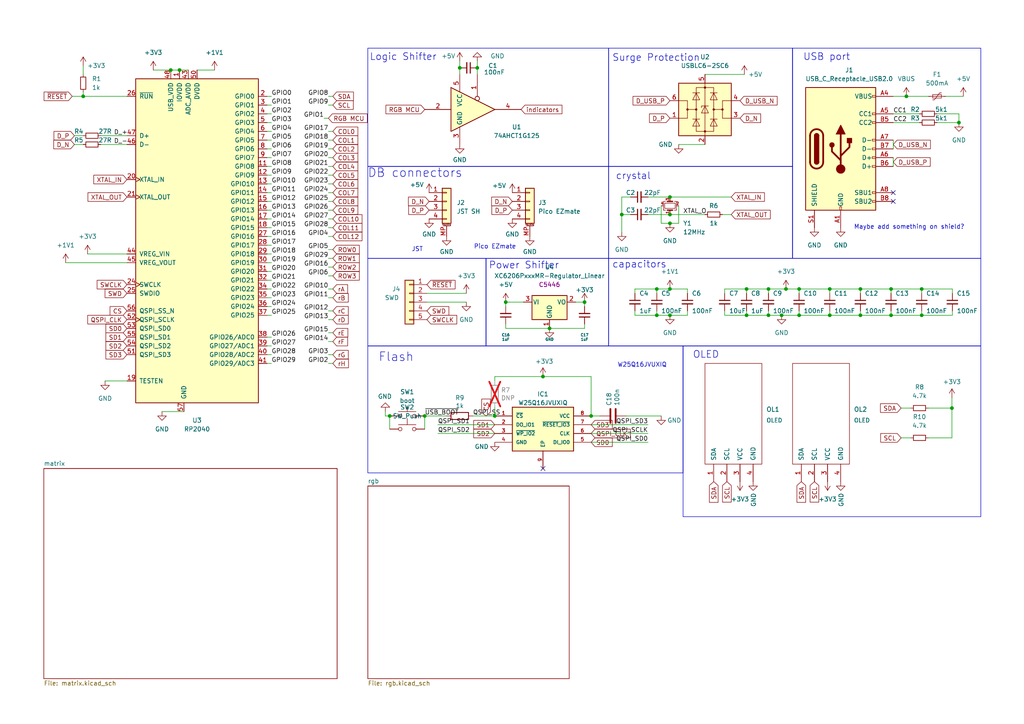
<source format=kicad_sch>
(kicad_sch (version 20231120) (generator "eeschema") (generator_version "8.0")
  (paper "A4")
  (junction (at 226.695 91.44))
  (junction (at 262.89 27.94))
  (junction (at 194.31 57.15))
  (junction (at 159.385 95.25) (diameter 0.9144))
  (junction (at 190.5 83.82))
  (junction (at 267.335 83.82))
  (junction (at 249.555 83.82))
  (junction (at 123.19 120.65))
  (junction (at 267.335 91.44))
  (junction (at 278.13 35.56))
  (junction (at 216.535 91.44))
  (junction (at 52.07 20.32))
  (junction (at 138.43 19.685))
  (junction (at 190.5 91.44))
  (junction (at 194.31 91.44))
  (junction (at 240.665 83.82))
  (junction (at 169.545 87.63) (diameter 0.9144))
  (junction (at 258.445 91.44))
  (junction (at 194.31 83.82))
  (junction (at 194.31 64.77))
  (junction (at 276.098 118.364))
  (junction (at 133.35 19.685))
  (junction (at 222.885 83.82))
  (junction (at 231.775 83.82))
  (junction (at 240.665 91.44))
  (junction (at 258.445 83.82))
  (junction (at 194.31 62.23))
  (junction (at 143.51 120.65))
  (junction (at 231.775 91.44))
  (junction (at 113.03 120.65))
  (junction (at 222.885 91.44))
  (junction (at 227.965 83.82))
  (junction (at 24.13 27.94))
  (junction (at 216.535 83.82))
  (junction (at 49.53 20.32))
  (junction (at 180.34 62.23))
  (junction (at 146.685 87.63) (diameter 0.9144))
  (junction (at 157.48 109.22))
  (junction (at 171.45 120.65))
  (junction (at 249.555 91.44))
  (no_connect (at 157.48 135.89))
  (no_connect (at 259.08 58.42))
  (no_connect (at 259.08 55.88))
  (wire (pts (xy 96.52 83.82) (xy 95.25 83.82)))
  (wire (pts (xy 231.775 83.82) (xy 240.665 83.82)))
  (wire (pts (xy 96.52 90.17) (xy 95.25 90.17)))
  (wire (pts (xy 57.15 20.32) (xy 62.23 20.32)))
  (wire (pts (xy 95.25 48.26) (xy 96.52 48.26)))
  (wire (pts (xy 77.47 76.2) (xy 78.74 76.2)))
  (wire (pts (xy 95.25 105.41) (xy 96.52 105.41)))
  (wire (pts (xy 276.225 91.44) (xy 276.225 90.17)))
  (wire (pts (xy 210.185 85.09) (xy 210.185 83.82)))
  (wire (pts (xy 143.51 109.22) (xy 143.51 110.49)))
  (wire (pts (xy 199.39 83.82) (xy 199.39 85.09)))
  (wire (pts (xy 77.47 38.1) (xy 78.74 38.1)))
  (wire (pts (xy 96.52 92.71) (xy 95.25 92.71)))
  (wire (pts (xy 191.77 59.69) (xy 191.77 64.77)))
  (wire (pts (xy 274.32 27.94) (xy 279.4 27.94)))
  (wire (pts (xy 262.89 27.94) (xy 269.24 27.94)))
  (wire (pts (xy 196.85 59.69) (xy 196.85 64.77)))
  (wire (pts (xy 276.225 83.82) (xy 276.225 85.09)))
  (wire (pts (xy 77.47 50.8) (xy 78.74 50.8)))
  (wire (pts (xy 78.74 88.9) (xy 77.47 88.9)))
  (wire (pts (xy 77.47 66.04) (xy 78.74 66.04)))
  (wire (pts (xy 199.39 91.44) (xy 199.39 90.17)))
  (wire (pts (xy 30.48 110.49) (xy 36.83 110.49)))
  (wire (pts (xy 180.34 62.23) (xy 180.34 67.31)))
  (wire (pts (xy 21.59 39.37) (xy 24.13 39.37)))
  (wire (pts (xy 29.21 39.37) (xy 36.83 39.37)))
  (wire (pts (xy 267.335 83.82) (xy 267.335 85.09)))
  (wire (pts (xy 210.185 83.82) (xy 216.535 83.82)))
  (wire (pts (xy 77.47 27.94) (xy 78.74 27.94)))
  (wire (pts (xy 143.51 109.22) (xy 157.48 109.22)))
  (wire (pts (xy 271.78 33.02) (xy 278.13 33.02)))
  (wire (pts (xy 146.685 87.63) (xy 151.765 87.63)))
  (wire (pts (xy 123.19 120.65) (xy 123.19 124.46)))
  (wire (pts (xy 216.535 91.44) (xy 222.885 91.44)))
  (wire (pts (xy 231.775 91.44) (xy 231.775 90.17)))
  (wire (pts (xy 24.13 27.94) (xy 36.83 27.94)))
  (wire (pts (xy 194.31 83.82) (xy 199.39 83.82)))
  (wire (pts (xy 240.665 91.44) (xy 249.555 91.44)))
  (wire (pts (xy 36.83 76.2) (xy 19.05 76.2)))
  (wire (pts (xy 95.25 40.64) (xy 96.52 40.64)))
  (wire (pts (xy 258.445 90.17) (xy 258.445 91.44)))
  (wire (pts (xy 138.43 19.685) (xy 138.43 21.59)))
  (wire (pts (xy 259.08 35.56) (xy 266.7 35.56)))
  (wire (pts (xy 77.47 55.88) (xy 78.74 55.88)))
  (wire (pts (xy 222.885 91.44) (xy 226.695 91.44)))
  (wire (pts (xy 261.366 127) (xy 264.16 127)))
  (wire (pts (xy 258.445 83.82) (xy 258.445 85.09)))
  (wire (pts (xy 259.08 33.02) (xy 266.7 33.02)))
  (wire (pts (xy 77.47 45.72) (xy 78.74 45.72)))
  (wire (pts (xy 171.45 123.19) (xy 187.96 123.19)))
  (wire (pts (xy 169.545 87.63) (xy 169.545 88.9)))
  (wire (pts (xy 173.99 120.65) (xy 171.45 120.65)))
  (wire (pts (xy 180.34 62.23) (xy 182.88 62.23)))
  (wire (pts (xy 95.25 72.39) (xy 96.52 72.39)))
  (wire (pts (xy 231.775 83.82) (xy 231.775 85.09)))
  (wire (pts (xy 269.24 127) (xy 276.098 127)))
  (wire (pts (xy 167.005 87.63) (xy 169.545 87.63)))
  (wire (pts (xy 78.74 86.36) (xy 77.47 86.36)))
  (wire (pts (xy 190.5 83.82) (xy 184.15 83.82)))
  (wire (pts (xy 187.96 62.23) (xy 194.31 62.23)))
  (wire (pts (xy 249.555 91.44) (xy 258.445 91.44)))
  (wire (pts (xy 191.77 120.65) (xy 181.61 120.65)))
  (wire (pts (xy 52.07 20.32) (xy 54.61 20.32)))
  (wire (pts (xy 138.43 17.78) (xy 138.43 19.685)))
  (wire (pts (xy 267.335 83.82) (xy 276.225 83.82)))
  (wire (pts (xy 123.825 85.09) (xy 135.255 85.09)))
  (wire (pts (xy 194.31 91.44) (xy 199.39 91.44)))
  (wire (pts (xy 129.54 120.65) (xy 123.19 120.65)))
  (wire (pts (xy 95.25 80.01) (xy 96.52 80.01)))
  (wire (pts (xy 191.77 64.77) (xy 194.31 64.77)))
  (wire (pts (xy 249.555 90.17) (xy 249.555 91.44)))
  (wire (pts (xy 77.47 33.02) (xy 78.74 33.02)))
  (wire (pts (xy 95.25 38.1) (xy 96.52 38.1)))
  (wire (pts (xy 95.25 27.94) (xy 96.52 27.94)))
  (wire (pts (xy 24.13 26.67) (xy 24.13 27.94)))
  (wire (pts (xy 25.4 73.66) (xy 36.83 73.66)))
  (wire (pts (xy 29.21 41.91) (xy 36.83 41.91)))
  (wire (pts (xy 77.47 58.42) (xy 78.74 58.42)))
  (wire (pts (xy 77.47 73.66) (xy 78.74 73.66)))
  (wire (pts (xy 95.25 74.93) (xy 96.52 74.93)))
  (wire (pts (xy 113.03 120.65) (xy 113.03 124.46)))
  (wire (pts (xy 159.385 95.25) (xy 146.685 95.25)))
  (wire (pts (xy 95.25 102.87) (xy 96.52 102.87)))
  (wire (pts (xy 96.52 58.42) (xy 95.25 58.42)))
  (wire (pts (xy 78.74 97.79) (xy 77.47 97.79)))
  (wire (pts (xy 146.685 93.98) (xy 146.685 95.25)))
  (wire (pts (xy 187.96 57.15) (xy 194.31 57.15)))
  (wire (pts (xy 196.85 64.77) (xy 194.31 64.77)))
  (wire (pts (xy 269.24 118.364) (xy 276.098 118.364)))
  (wire (pts (xy 210.185 91.44) (xy 216.535 91.44)))
  (wire (pts (xy 78.74 100.33) (xy 77.47 100.33)))
  (wire (pts (xy 240.665 83.82) (xy 240.665 85.09)))
  (wire (pts (xy 196.85 41.91) (xy 204.47 41.91)))
  (wire (pts (xy 182.88 57.15) (xy 180.34 57.15)))
  (wire (pts (xy 190.5 83.82) (xy 190.5 85.09)))
  (wire (pts (xy 96.52 53.34) (xy 95.25 53.34)))
  (wire (pts (xy 216.535 90.17) (xy 216.535 91.44)))
  (wire (pts (xy 184.15 90.17) (xy 184.15 91.44)))
  (wire (pts (xy 133.35 19.685) (xy 133.35 21.59)))
  (wire (pts (xy 222.885 83.82) (xy 222.885 85.09)))
  (wire (pts (xy 46.99 119.38) (xy 53.34 119.38)))
  (wire (pts (xy 261.366 118.364) (xy 264.16 118.364)))
  (wire (pts (xy 190.5 90.17) (xy 190.5 91.44)))
  (wire (pts (xy 171.45 128.27) (xy 187.96 128.27)))
  (wire (pts (xy 157.48 109.22) (xy 171.45 109.22)))
  (wire (pts (xy 78.74 105.41) (xy 77.47 105.41)))
  (wire (pts (xy 78.74 102.87) (xy 77.47 102.87)))
  (wire (pts (xy 240.665 91.44) (xy 240.665 90.17)))
  (wire (pts (xy 78.74 78.74) (xy 77.47 78.74)))
  (wire (pts (xy 278.13 33.02) (xy 278.13 35.56)))
  (wire (pts (xy 77.47 48.26) (xy 78.74 48.26)))
  (wire (pts (xy 184.15 83.82) (xy 184.15 85.09)))
  (wire (pts (xy 137.16 120.65) (xy 143.51 120.65)))
  (wire (pts (xy 77.47 53.34) (xy 78.74 53.34)))
  (wire (pts (xy 259.08 40.64) (xy 259.08 43.18)))
  (wire (pts (xy 78.74 91.44) (xy 77.47 91.44)))
  (wire (pts (xy 249.555 83.82) (xy 258.445 83.82)))
  (wire (pts (xy 24.13 19.05) (xy 24.13 21.59)))
  (wire (pts (xy 216.535 83.82) (xy 216.535 85.09)))
  (wire (pts (xy 111.76 120.65) (xy 111.76 119.38)))
  (wire (pts (xy 143.51 123.19) (xy 127 123.19)))
  (wire (pts (xy 96.52 60.96) (xy 95.25 60.96)))
  (wire (pts (xy 78.74 83.82) (xy 77.47 83.82)))
  (wire (pts (xy 77.47 43.18) (xy 78.74 43.18)))
  (wire (pts (xy 267.335 91.44) (xy 267.335 90.17)))
  (wire (pts (xy 77.47 63.5) (xy 78.74 63.5)))
  (wire (pts (xy 113.03 120.65) (xy 111.76 120.65)))
  (wire (pts (xy 95.25 77.47) (xy 96.52 77.47)))
  (wire (pts (xy 77.47 35.56) (xy 78.74 35.56)))
  (wire (pts (xy 96.52 99.06) (xy 95.25 99.06)))
  (wire (pts (xy 77.47 60.96) (xy 78.74 60.96)))
  (wire (pts (xy 222.885 83.82) (xy 227.965 83.82)))
  (wire (pts (xy 44.45 20.32) (xy 49.53 20.32)))
  (wire (pts (xy 209.55 62.23) (xy 212.09 62.23)))
  (wire (pts (xy 180.34 57.15) (xy 180.34 62.23)))
  (wire (pts (xy 194.31 83.82) (xy 190.5 83.82)))
  (wire (pts (xy 143.51 125.73) (xy 127 125.73)))
  (wire (pts (xy 204.47 21.59) (xy 215.9 21.59)))
  (wire (pts (xy 267.335 91.44) (xy 276.225 91.44)))
  (wire (pts (xy 77.47 71.12) (xy 78.74 71.12)))
  (wire (pts (xy 96.52 63.5) (xy 95.25 63.5)))
  (wire (pts (xy 96.52 86.36) (xy 95.25 86.36)))
  (wire (pts (xy 95.25 50.8) (xy 96.52 50.8)))
  (wire (pts (xy 77.47 40.64) (xy 78.74 40.64)))
  (wire (pts (xy 259.08 27.94) (xy 262.89 27.94)))
  (wire (pts (xy 222.885 90.17) (xy 222.885 91.44)))
  (wire (pts (xy 210.185 90.17) (xy 210.185 91.44)))
  (wire (pts (xy 95.25 68.58) (xy 96.52 68.58)))
  (wire (pts (xy 78.74 81.28) (xy 77.47 81.28)))
  (wire (pts (xy 187.96 125.73) (xy 171.45 125.73)))
  (wire (pts (xy 49.53 20.32) (xy 52.07 20.32)))
  (wire (pts (xy 171.45 109.22) (xy 171.45 120.65)))
  (wire (pts (xy 227.965 83.82) (xy 231.775 83.82)))
  (wire (pts (xy 231.775 91.44) (xy 240.665 91.44)))
  (wire (pts (xy 96.52 96.52) (xy 95.25 96.52)))
  (wire (pts (xy 77.47 30.48) (xy 78.74 30.48)))
  (wire (pts (xy 146.685 87.63) (xy 146.685 88.9)))
  (wire (pts (xy 143.51 118.11) (xy 143.51 120.65)))
  (wire (pts (xy 135.255 87.63) (xy 123.825 87.63)))
  (wire (pts (xy 184.15 91.44) (xy 190.5 91.44)))
  (wire (pts (xy 249.555 83.82) (xy 249.555 85.09)))
  (wire (pts (xy 95.25 45.72) (xy 96.52 45.72)))
  (wire (pts (xy 133.35 17.78) (xy 133.35 19.685)))
  (wire (pts (xy 77.47 68.58) (xy 78.74 68.58)))
  (wire (pts (xy 93.98 34.29) (xy 95.25 34.29)))
  (wire (pts (xy 190.5 91.44) (xy 194.31 91.44)))
  (wire (pts (xy 159.385 95.25) (xy 169.545 95.25)))
  (wire (pts (xy 271.78 35.56) (xy 278.13 35.56)))
  (wire (pts (xy 258.445 83.82) (xy 267.335 83.82)))
  (wire (pts (xy 240.665 83.82) (xy 249.555 83.82)))
  (wire (pts (xy 259.08 45.72) (xy 259.08 48.26)))
  (wire (pts (xy 194.31 57.15) (xy 212.09 57.15)))
  (wire (pts (xy 20.955 27.94) (xy 24.13 27.94)))
  (wire (pts (xy 258.445 91.44) (xy 267.335 91.44)))
  (wire (pts (xy 95.25 30.48) (xy 96.52 30.48)))
  (wire (pts (xy 169.545 93.98) (xy 169.545 95.25)))
  (wire (pts (xy 95.25 43.18) (xy 96.52 43.18)))
  (wire (pts (xy 276.098 115.316) (xy 276.098 118.364)))
  (wire (pts (xy 96.52 55.88) (xy 95.25 55.88)))
  (wire (pts (xy 226.695 91.44) (xy 231.775 91.44)))
  (wire (pts (xy 96.52 66.04) (xy 95.25 66.04)))
  (wire (pts (xy 276.098 118.364) (xy 276.098 127)))
  (wire (pts (xy 194.31 62.23) (xy 204.47 62.23)))
  (wire (pts (xy 222.885 83.82) (xy 216.535 83.82)))
  (wire (pts (xy 21.59 41.91) (xy 24.13 41.91)))
  (rectangle (start 176.53 74.93) (end 284.48 100.33))
  (rectangle (start 176.53 48.26) (end 229.87 74.93))
  (rectangle (start 229.87 13.97) (end 284.48 74.93))
  (rectangle (start 106.68 13.97) (end 176.53 48.26))
  (rectangle (start 176.53 13.97) (end 229.87 48.26))
  (rectangle (start 140.97 74.93) (end 176.53 100.33))
  (rectangle (start 198.12 100.33) (end 284.48 149.86))
  (rectangle (start 106.68 100.33) (end 198.12 137.16))
  (rectangle (start 106.68 48.26) (end 176.53 74.93))
  (rectangle (start 106.68 74.93) (end 140.97 100.33))
  (text "capacitors" (at 177.546 77.978 0) (effects (font (size 2 2)) (justify left bottom)))
  (text "Power Shifter" (at 141.732 78.232 0) (effects (font (size 2 2)) (justify left bottom)))
  (text "W25Q16JVUXIQ" (at 179.07 106.68 0) (effects (font (size 1.27 1.27)) (justify left bottom)))
  (text "Pico EZmate" (at 137.414 72.39 0) (effects (font (size 1.27 1.27)) (justify left bottom)))
  (text "OLED" (at 200.914 104.14 0) (effects (font (size 2 2)) (justify left bottom)))
  (text "crystal" (at 178.562 52.324 0) (effects (font (size 2 2)) (justify left bottom)))
  (text "Logic Shifter" (at 107.188 17.78 0) (effects (font (size 2 2)) (justify left bottom)))
  (text "DB connectors" (at 120.396 50.292 0) (effects (font (size 2.5 2.5))))
  (text "USB port" (at 232.918 17.78 0) (effects (font (size 2 2)) (justify left bottom)))
  (text "Maybe add something on shield?" (at 247.65 66.675 0) (effects (font (size 1.27 1.27)) (justify left bottom)))
  (text "Flash" (at 109.728 105.156 0) (effects (font (size 2.54 2.54)) (justify left bottom)))
  (text "JST" (at 119.38 73.152 0) (effects (font (size 1.27 1.27)) (justify left bottom)))
  (text "Surge Protection" (at 177.546 18.034 0) (effects (font (size 2 2)) (justify left bottom)))
  (label "GPIO4" (at 95.25 68.58 180))
  (label "GPIO0" (at 78.74 27.94 0))
  (label "GPIO23" (at 78.74 86.36 0))
  (label "GPIO10" (at 78.74 53.34 0))
  (label "QSPI_SS" (at 137.16 120.65 0))
  (label "GPIO14" (at 95.25 99.06 180))
  (label "GPIO8" (at 78.74 48.26 0))
  (label "GPIO19" (at 95.25 43.18 180))
  (label "GPIO6" (at 95.25 80.01 180))
  (label "D_+" (at 33.02 39.37 0))
  (label "~{USB_BOOT}" (at 123.19 120.65 0))
  (label "GPIO27" (at 78.74 100.33 0))
  (label "QSPI_SD2" (at 127 125.73 0))
  (label "QSPI_SD3" (at 187.96 123.19 180))
  (label "XTAL_O" (at 198.12 62.23 0))
  (label "GPIO19" (at 78.74 76.2 0))
  (label "GPIO24" (at 78.74 88.9 0))
  (label "GPIO11" (at 95.25 86.36 180))
  (label "GPIO5" (at 95.25 72.39 180))
  (label "GPIO21" (at 78.74 81.28 0))
  (label "GPIO26" (at 95.25 60.96 180))
  (label "GPIO28" (at 95.25 66.04 180))
  (label "GPIO12" (at 95.25 90.17 180))
  (label "CC1" (at 259.08 33.02 0))
  (label "GPIO18" (at 78.74 73.66 0))
  (label "GPIO26" (at 78.74 97.79 0))
  (label "GPIO16" (at 78.74 68.58 0))
  (label "GPIO25" (at 78.74 91.44 0))
  (label "GPIO14" (at 78.74 63.5 0))
  (label "GPIO1" (at 78.74 30.48 0))
  (label "GPIO10" (at 95.25 83.82 180))
  (label "GPIO24" (at 95.25 55.88 180))
  (label "CC2" (at 259.08 35.56 0))
  (label "GPIO15" (at 95.25 96.52 180))
  (label "GPIO27" (at 95.25 63.5 180))
  (label "GPIO17" (at 95.25 38.1 180))
  (label "GPIO1" (at 93.98 34.29 180))
  (label "GPIO20" (at 78.74 78.74 0))
  (label "GPIO29" (at 95.25 74.93 180))
  (label "QSPI_SD1" (at 127 123.19 0))
  (label "QSPI_SCLK" (at 187.96 125.73 180))
  (label "GPIO2" (at 78.74 33.02 0))
  (label "GPIO15" (at 78.74 66.04 0))
  (label "GPIO17" (at 78.74 71.12 0))
  (label "GPIO12" (at 78.74 58.42 0))
  (label "D_-" (at 33.02 41.91 0))
  (label "GPIO3" (at 78.74 35.56 0))
  (label "GPIO9" (at 95.25 30.48 180))
  (label "GPIO13" (at 95.25 92.71 180))
  (label "GPIO2" (at 95.25 105.41 180))
  (label "GPIO16" (at 95.25 77.47 180))
  (label "GPIO9" (at 78.74 50.8 0))
  (label "GPIO28" (at 78.74 102.87 0))
  (label "GPIO18" (at 95.25 40.64 180))
  (label "GPIO22" (at 95.25 50.8 180))
  (label "GPIO13" (at 78.74 60.96 0))
  (label "GPIO7" (at 78.74 45.72 0))
  (label "GPIO21" (at 95.25 48.26 180))
  (label "GPIO23" (at 95.25 53.34 180))
  (label "GPIO4" (at 78.74 38.1 0))
  (label "GPIO11" (at 78.74 55.88 0))
  (label "GPIO3" (at 95.25 102.87 180))
  (label "GPIO5" (at 78.74 40.64 0))
  (label "GPIO29" (at 78.74 105.41 0))
  (label "QSPI_SD0" (at 187.96 128.27 180))
  (label "GPIO22" (at 78.74 83.82 0))
  (label "GPIO20" (at 95.25 45.72 180))
  (label "GPIO25" (at 95.25 58.42 180))
  (label "GPIO6" (at 78.74 43.18 0))
  (label "GPIO8" (at 95.25 27.94 180))
  (global_label "COL0" (shape input) (at 96.52 38.1 0) (property "Intersheetrefs" "${INTERSHEET_REFS}" (effects (hide yes))))
  (global_label "COL3" (shape input) (at 96.52 45.72 0) (property "Intersheetrefs" "${INTERSHEET_REFS}" (effects (hide yes))))
  (global_label "SD3" (shape input) (at 36.83 102.87 180) (property "Intersheetrefs" "${INTERSHEET_REFS}" (effects (hide yes))))
  (global_label "rG" (shape input) (at 96.52 102.87 0) (property "Intersheetrefs" "${INTERSHEET_REFS}" (effects (hide yes))))
  (global_label "ROW1" (shape input) (at 96.52 74.93 0) (property "Intersheetrefs" "${INTERSHEET_REFS}" (effects (hide yes))))
  (global_label "D_USB_N" (shape input) (at 214.63 29.21 0) (property "Intersheetrefs" "${INTERSHEET_REFS}" (effects (hide yes))))
  (global_label "CS" (shape input) (at 36.83 90.17 180) (property "Intersheetrefs" "${INTERSHEET_REFS}" (effects (hide yes))))
  (global_label "SD1" (shape input) (at 143.51 123.19 180) (property "Intersheetrefs" "${INTERSHEET_REFS}" (effects (hide yes))))
  (global_label "XTAL_OUT" (shape input) (at 36.83 57.15 180) (property "Intersheetrefs" "${INTERSHEET_REFS}" (effects (hide yes))))
  (global_label "COL9" (shape input) (at 96.52 60.96 0) (property "Intersheetrefs" "${INTERSHEET_REFS}" (effects (hide yes))))
  (global_label "SD0" (shape input) (at 36.83 95.25 180) (property "Intersheetrefs" "${INTERSHEET_REFS}" (effects (hide yes))))
  (global_label "SD0" (shape input) (at 171.45 128.27 0) (property "Intersheetrefs" "${INTERSHEET_REFS}" (effects (hide yes))))
  (global_label "SD3" (shape input) (at 171.45 123.19 0) (property "Intersheetrefs" "${INTERSHEET_REFS}" (effects (hide yes))))
  (global_label "SWCLK" (shape input) (at 123.825 92.71 0) (property "Intersheetrefs" "${INTERSHEET_REFS}" (effects (hide yes))))
  (global_label "~{RESET}" (shape input) (at 123.825 82.55 0) (property "Intersheetrefs" "${INTERSHEET_REFS}" (effects (hide yes))))
  (global_label "COL5" (shape input) (at 96.52 50.8 0) (property "Intersheetrefs" "${INTERSHEET_REFS}" (effects (hide yes))))
  (global_label "XTAL_IN" (shape input) (at 36.83 52.07 180) (property "Intersheetrefs" "${INTERSHEET_REFS}" (effects (hide yes))))
  (global_label "~{RESET}" (shape input) (at 20.955 27.94 180) (property "Intersheetrefs" "${INTERSHEET_REFS}" (effects (hide yes))))
  (global_label "SCL" (shape input) (at 210.82 139.7 270) (property "Intersheetrefs" "${INTERSHEET_REFS}" (effects (hide yes))))
  (global_label "COL6" (shape input) (at 96.52 53.34 0) (property "Intersheetrefs" "${INTERSHEET_REFS}" (effects (hide yes))))
  (global_label "COL4" (shape input) (at 96.52 48.26 0) (property "Intersheetrefs" "${INTERSHEET_REFS}" (effects (hide yes))))
  (global_label "D_N" (shape input) (at 214.63 34.29 0) (property "Intersheetrefs" "${INTERSHEET_REFS}" (effects (hide yes))))
  (global_label "SDA" (shape input) (at 261.366 118.364 180) (property "Intersheetrefs" "${INTERSHEET_REFS}" (effects (hide yes))))
  (global_label "SDA" (shape input) (at 232.41 139.7 270) (property "Intersheetrefs" "${INTERSHEET_REFS}" (effects (hide yes))))
  (global_label "D_USB_N" (shape input) (at 259.08 41.91 0) (property "Intersheetrefs" "${INTERSHEET_REFS}" (effects (hide yes))))
  (global_label "COL7" (shape input) (at 96.52 55.88 0) (property "Intersheetrefs" "${INTERSHEET_REFS}" (effects (hide yes))))
  (global_label "QSPI_CLK" (shape input) (at 36.83 92.71 180) (property "Intersheetrefs" "${INTERSHEET_REFS}" (effects (hide yes))))
  (global_label "RGB MCU" (shape input) (at 123.19 31.75 180) (property "Intersheetrefs" "${INTERSHEET_REFS}" (effects (hide yes))))
  (global_label "SD2" (shape input) (at 143.51 125.73 180) (property "Intersheetrefs" "${INTERSHEET_REFS}" (effects (hide yes))))
  (global_label "D_N" (shape input) (at 21.59 41.91 180) (property "Intersheetrefs" "${INTERSHEET_REFS}" (effects (hide yes))))
  (global_label "SDA" (shape input) (at 96.52 27.94 0) (property "Intersheetrefs" "${INTERSHEET_REFS}" (effects (hide yes))))
  (global_label "rE" (shape input) (at 96.52 96.52 0) (property "Intersheetrefs" "${INTERSHEET_REFS}" (effects (hide yes))))
  (global_label "rB" (shape input) (at 96.52 86.36 0) (property "Intersheetrefs" "${INTERSHEET_REFS}" (effects (hide yes))))
  (global_label "rC" (shape input) (at 96.52 90.17 0) (property "Intersheetrefs" "${INTERSHEET_REFS}" (effects (hide yes))))
  (global_label "D_USB_P" (shape input) (at 259.08 46.99 0) (property "Intersheetrefs" "${INTERSHEET_REFS}" (effects (hide yes))))
  (global_label "SCL" (shape input) (at 96.52 30.48 0) (property "Intersheetrefs" "${INTERSHEET_REFS}" (effects (hide yes))))
  (global_label "rD" (shape input) (at 96.52 92.71 0) (property "Intersheetrefs" "${INTERSHEET_REFS}" (effects (hide yes))))
  (global_label "SD1" (shape input) (at 36.83 97.79 180) (property "Intersheetrefs" "${INTERSHEET_REFS}" (effects (hide yes))))
  (global_label "ROW0" (shape input) (at 96.52 72.39 0) (property "Intersheetrefs" "${INTERSHEET_REFS}" (effects (hide yes))))
  (global_label "XTAL_OUT" (shape input) (at 212.09 62.23 0) (property "Intersheetrefs" "${INTERSHEET_REFS}" (effects (hide yes))))
  (global_label "SCL" (shape input) (at 236.22 139.7 270) (property "Intersheetrefs" "${INTERSHEET_REFS}" (effects (hide yes))))
  (global_label "COL2" (shape input) (at 96.52 43.18 0) (property "Intersheetrefs" "${INTERSHEET_REFS}" (effects (hide yes))))
  (global_label "COL1" (shape input) (at 96.52 40.64 0) (property "Intersheetrefs" "${INTERSHEET_REFS}" (effects (hide yes))))
  (global_label "D_P" (shape input) (at 194.31 34.29 180) (property "Intersheetrefs" "${INTERSHEET_REFS}" (effects (hide yes))))
  (global_label "rA" (shape input) (at 96.52 83.82 0) (property "Intersheetrefs" "${INTERSHEET_REFS}" (effects (hide yes))))
  (global_label "ROW2" (shape input) (at 96.52 77.47 0) (property "Intersheetrefs" "${INTERSHEET_REFS}" (effects (hide yes))))
  (global_label "D_P" (shape input) (at 124.46 60.96 180) (property "Intersheetrefs" "${INTERSHEET_REFS}" (effects (hide yes))))
  (global_label "SWD" (shape input) (at 123.825 90.17 0) (property "Intersheetrefs" "${INTERSHEET_REFS}" (effects (hide yes))))
  (global_label "D_P" (shape input) (at 21.59 39.37 180) (property "Intersheetrefs" "${INTERSHEET_REFS}" (effects (hide yes))))
  (global_label "SD2" (shape input) (at 36.83 100.33 180) (property "Intersheetrefs" "${INTERSHEET_REFS}" (effects (hide yes))))
  (global_label "SCL" (shape input) (at 261.366 127 180) (property "Intersheetrefs" "${INTERSHEET_REFS}" (effects (hide yes))))
  (global_label "XTAL_IN" (shape input) (at 212.09 57.15 0) (property "Intersheetrefs" "${INTERSHEET_REFS}" (effects (hide yes))))
  (global_label "COL11" (shape input) (at 96.52 66.04 0) (property "Intersheetrefs" "${INTERSHEET_REFS}" (effects (hide yes))))
  (global_label "QSPI_CLK" (shape input) (at 171.45 125.73 0) (property "Intersheetrefs" "${INTERSHEET_REFS}" (effects (hide yes))))
  (global_label "D_P" (shape input) (at 148.59 60.96 180) (property "Intersheetrefs" "${INTERSHEET_REFS}" (effects (hide yes))))
  (global_label "D_N" (shape input) (at 124.46 58.42 180) (property "Intersheetrefs" "${INTERSHEET_REFS}" (effects (hide yes))))
  (global_label "SWD" (shape input) (at 36.83 85.09 180) (property "Intersheetrefs" "${INTERSHEET_REFS}" (effects (hide yes))))
  (global_label "RGB MCU" (shape input) (at 95.25 34.29 0) (property "Intersheetrefs" "${INTERSHEET_REFS}" (effects (hide yes))))
  (global_label "rF" (shape input) (at 96.52 99.06 0) (property "Intersheetrefs" "${INTERSHEET_REFS}" (effects (hide yes))))
  (global_label "D_N" (shape input) (at 148.59 58.42 180) (property "Intersheetrefs" "${INTERSHEET_REFS}" (effects (hide yes))))
  (global_label "D_USB_P" (shape input) (at 194.31 29.21 180) (property "Intersheetrefs" "${INTERSHEET_REFS}" (effects (hide yes))))
  (global_label "ROW3" (shape input) (at 96.52 80.01 0) (property "Intersheetrefs" "${INTERSHEET_REFS}" (effects (hide yes))))
  (global_label "SWCLK" (shape input) (at 36.83 82.55 180) (property "Intersheetrefs" "${INTERSHEET_REFS}" (effects (hide yes))))
  (global_label "SDA" (shape input) (at 207.01 139.7 270) (property "Intersheetrefs" "${INTERSHEET_REFS}" (effects (hide yes))))
  (global_label "rH" (shape input) (at 96.52 105.41 0) (property "Intersheetrefs" "${INTERSHEET_REFS}" (effects (hide yes))))
  (global_label "COL12" (shape input) (at 96.52 68.58 0) (property "Intersheetrefs" "${INTERSHEET_REFS}" (effects (hide yes))))
  (global_label "COL8" (shape input) (at 96.52 58.42 0) (property "Intersheetrefs" "${INTERSHEET_REFS}" (effects (hide yes))))
  (global_label "CS" (shape input) (at 140.97 120.65 90) (property "Intersheetrefs" "${INTERSHEET_REFS}" (effects (hide yes))))
  (global_label "COL10" (shape input) (at 96.52 63.5 0) (property "Intersheetrefs" "${INTERSHEET_REFS}" (effects (hide yes))))
  (global_label "indicators" (shape input) (at 151.13 31.75 0) (property "Intersheetrefs" "${INTERSHEET_REFS}" (effects (hide yes))))
  (symbol (lib_id "power:+1V1") (at 62.23 20.32 0) (unit 1)
    (property "Reference" "#PWR05" (effects (hide yes)))
    (property "Value" "+1V1" (at 62.23 15.24 0))
  )
  (symbol (lib_id "power:GND") (at 111.76 119.38 180) (unit 1)
    (property "Reference" "#PWR037" (effects (hide yes)))
    (property "Value" "GND" (at 111.633 114.9858 0))
  )
  (symbol (lib_id "power:+1V1") (at 19.05 76.2 0) (unit 1)
    (property "Reference" "#PWR023" (effects (hide yes)))
    (property "Value" "+1V1" (at 19.05 71.12 0))
  )
  (symbol (lib_id "Device:C_Small") (at 267.335 87.63 0) (unit 1)
    (property "Reference" "C14" (at 268.605 85.0899 0) (effects (justify left)))
    (property "Value" "100nF" (at 268.605 90.1699 0) (effects (justify left)))
    (property "Footprint" "Capacitor_SMD:C_0402_1005Metric" (effects (hide yes)))
    (property "LCSC" "C1525" (effects (hide yes)))
  )
  (symbol (lib_id "power:GND") (at 153.67 68.58 0) (unit 1)
    (property "Reference" "#PWR021" (effects (hide yes)))
    (property "Value" "GND" (at 153.67 73.0234 0))
  )
  (symbol (lib_id "power:GND") (at 129.54 68.58 0) (unit 1)
    (property "Reference" "#PWR020" (effects (hide yes)))
    (property "Value" "GND" (at 129.54 73.0234 0))
  )
  (symbol (lib_id "Device:C_Small") (at 190.5 87.63 0) (unit 1)
    (property "Reference" "C5" (at 191.77 85.0899 0) (effects (justify left)))
    (property "Value" "100nF" (at 191.77 90.1699 0) (effects (justify left)))
    (property "Footprint" "Capacitor_SMD:C_0402_1005Metric" (effects (hide yes)))
    (property "LCSC" "C1525" (effects (hide yes)))
  )
  (symbol (lib_id "power:GND") (at 133.35 41.91 0) (unit 1)
    (property "Reference" "#PWR010" (effects (hide yes)))
    (property "Value" "GND" (at 133.35 46.355 0))
  )
  (symbol (lib_id "Connector_Generic_MountingPin:Conn_01x04_MountingPin") (at 153.67 58.42 0) (unit 1)
    (property "Reference" "J3" (at 156.083 58.7755 0) (effects (justify left)))
    (property "Value" "Pico EZmate" (at 156.083 61.3155 0) (effects (justify left)))
    (property "Footprint" "Connector_Molex:Molex_Pico-EZmate_78171-0004_1x04-1MP_P1.20mm_Vertical" (effects (hide yes)))
  )
  (symbol (lib_id "power:GND") (at 138.43 17.78 180) (unit 1)
    (property "Reference" "#PWR02" (effects (hide yes)))
    (property "Value" "GND" (at 142.24 16.256 0) (effects (justify right)))
  )
  (symbol (lib_id "Power_Protection:USBLC6-2SC6") (at 204.47 31.75 0) (unit 1)
    (property "Reference" "U2" (at 204.47 16.51 0))
    (property "Value" "USBLC6-2SC6" (at 204.47 19.05 0))
    (property "Footprint" "Package_TO_SOT_SMD:SOT-23-6" (effects (hide yes)))
    (property "Datasheet" "https://www.st.com/resource/en/datasheet/usblc6-2.pdf" (effects (hide yes)))
    (property "LCSC" "C2827654" (effects (hide yes)))
  )
  (symbol (lib_id "power:GND") (at 191.77 120.65 0) (unit 1)
    (property "Reference" "#PWR038" (effects (hide yes)))
    (property "Value" "GND" (at 195.58 121.92 0))
  )
  (symbol (lib_id "kbd:OLED") (at 238.76 120.65 90) (unit 1)
    (property "Reference" "OL2" (at 247.65 118.745 90) (effects (font (size 1.2954 1.2954)) (justify right)))
    (property "Value" "OLED" (at 247.65 121.92 90) (effects (font (size 1.1938 1.1938)) (justify right)))
    (property "Footprint" "kbd:OLED_v2" (effects (hide yes)))
  )
  (symbol (lib_id "power:GND") (at 148.59 63.5 0) (unit 1)
    (property "Reference" "#PWR015" (effects (hide yes)))
    (property "Value" "GND" (at 148.59 67.9434 0))
  )
  (symbol (lib_id "Device:C_Small") (at 258.445 87.63 0) (unit 1)
    (property "Reference" "C13" (at 259.715 85.0899 0) (effects (justify left)))
    (property "Value" "100nF" (at 259.715 90.1699 0) (effects (justify left)))
    (property "Footprint" "Capacitor_SMD:C_0402_1005Metric" (effects (hide yes)))
    (property "LCSC" "C1525" (effects (hide yes)))
  )
  (symbol (lib_id "Device:C_Small") (at 169.545 91.44 180) (unit 1)
    (property "Reference" "C17" (at 169.545 97.155 0) (effects (font (size 0.762 0.762))))
    (property "Value" "1uF" (at 169.545 98.425 0) (effects (font (size 0.762 0.762))))
    (property "Footprint" "Capacitor_SMD:C_0402_1005Metric" (effects (hide yes)))
    (property "LCSC" "C52923" (effects (hide yes)))
  )
  (symbol (lib_id "Device:R_Small") (at 266.7 127 90) (unit 1)
    (property "Reference" "R10" (at 266.7 120.904 90))
    (property "Value" "4.7k" (at 266.7 123.444 90))
    (property "Footprint" "Resistor_SMD:R_0402_1005Metric" (effects (hide yes)))
    (property "LCSC" "C25900" (effects (hide yes)))
    (property "Package" "0402" (effects (hide yes)))
  )
  (symbol (lib_id "Connector:USB_C_Receptacle_USB2.0") (at 243.84 43.18 0) (unit 1)
    (property "Reference" "J1" (at 246.3165 20.32 0))
    (property "Value" "USB_C_Receptacle_USB2.0" (at 246.3165 22.86 0))
    (property "Footprint" "Connector_USB:USB_C_Receptacle_HRO_TYPE-C-31-M-12" (effects (hide yes)))
    (property "Datasheet" "https://www.usb.org/sites/default/files/documents/usb_type-c.zip" (effects (hide yes)))
    (property "LCSC" "C165948" (effects (hide yes)))
  )
  (symbol (lib_id "power:GND") (at 243.84 139.7 0) (unit 1)
    (property "Reference" "#PWR044" (effects (hide yes)))
    (property "Value" "GND" (at 243.967 142.9512 90) (effects (justify right)))
  )
  (symbol (lib_id "Device:C_Small") (at 135.89 19.685 270) (unit 1)
    (property "Reference" "C1" (at 141.605 19.05 90) (effects (justify left)))
    (property "Value" "100nF" (at 140.335 20.955 90) (effects (justify left)))
    (property "Footprint" "Capacitor_SMD:C_0402_1005Metric" (effects (hide yes)))
  )
  (symbol (lib_id "W25Q16JVUXIQ:W25Q16JVUXIQ") (at 129.54 120.65 0) (unit 1)
    (property "Reference" "IC1" (at 157.48 114.3 0))
    (property "Value" "W25Q16JVUXIQ" (at 157.48 116.84 0))
    (property "Footprint" "W25Q16JVUXIQ:SON50P300X200X60-9N" (effects (hide yes)))
    (property "Datasheet" "https://datasheet.lcsc.com/lcsc/2205122030_Winbond-Elec-W25Q16JVUXIQ_C2843335.pdf" (effects (hide yes)))
    (property "MANUFACTURER_NAME" "Winbond" (effects (hide yes)))
    (property "HEIGHT" "0.6mm" (effects (hide yes)))
    (property "DESCRIPTION" "SPIFLASH, 3V, 16M-BIT, 4KB UNIFO" (effects (hide yes)))
    (property "MANUFACTURER_PART_NUMBER" "W25Q16JVUXIQ" (effects (hide yes)))
    (property "LCSC Part" "C2843335" (effects (hide yes)))
    (property "LCSC" "C2843335" (effects (hide yes)))
  )
  (symbol (lib_id "power:+3V3") (at 227.965 83.82 0) (unit 1)
    (property "Reference" "#PWR025" (effects (hide yes)))
    (property "Value" "+3V3" (at 227.965 78.74 0))
  )
  (symbol (lib_id "power:+3V3") (at 214.63 139.7 180) (unit 1)
    (property "Reference" "#PWR041" (effects (hide yes)))
    (property "Value" "+3V3" (at 214.63 144.78 0))
  )
  (symbol (lib_id "power:+1V1") (at 194.31 83.82 0) (unit 1)
    (property "Reference" "#PWR024" (effects (hide yes)))
    (property "Value" "+1V1" (at 194.31 78.74 0))
  )
  (symbol (lib_id "Device:R") (at 143.51 114.3 0) (unit 1) (on_board no) (dnp yes)
    (property "Reference" "R7" (at 145.288 113.1316 0) (effects (justify left)))
    (property "Value" "DNP" (at 145.288 115.443 0) (effects (justify left)))
    (property "Footprint" "Capacitor_SMD:C_0402_1005Metric" (effects (hide yes)))
    (property "LCSC" "C25905" (effects (hide yes)))
  )
  (symbol (lib_id "power:+3V3") (at 157.48 109.22 0) (unit 1)
    (property "Reference" "#PWR033" (effects (hide yes)))
    (property "Value" "+3V3" (at 157.861 104.8258 0))
  )
  (symbol (lib_id "power:+5V") (at 279.4 27.94 0) (unit 1)
    (property "Reference" "#PWR08" (effects (hide yes)))
    (property "Value" "+5V" (at 279.4 22.86 0))
  )
  (symbol (lib_id "power:GND") (at 236.22 66.04 0) (unit 1)
    (property "Reference" "#PWR017" (effects (hide yes)))
    (property "Value" "GND" (at 236.22 71.12 0))
  )
  (symbol (lib_id "power:GND") (at 196.85 41.91 0) (unit 1)
    (property "Reference" "#PWR011" (effects (hide yes)))
    (property "Value" "GND" (at 193.04 41.91 0))
  )
  (symbol (lib_id "power:GND") (at 194.31 64.77 0) (unit 1)
    (property "Reference" "#PWR016" (effects (hide yes)))
    (property "Value" "GND" (at 194.31 69.85 0))
  )
  (symbol (lib_id "Sleep-lib:RP2040") (at 57.15 71.12 0) (unit 1)
    (property "Reference" "U3" (at 57.15 121.92 0))
    (property "Value" "RP2040" (at 57.15 124.46 0))
    (property "Footprint" "Sleep-lib:RP2040-QFN-56" (effects (hide yes)))
    (property "Datasheet" "https://datasheets.raspberrypi.com/rp2040/rp2040-datasheet.pdf" (effects (hide yes)))
    (property "LCSC" "C2040" (effects (hide yes)))
  )
  (symbol (lib_id "power:+3V3") (at 240.03 139.7 180) (unit 1)
    (property "Reference" "#PWR043" (effects (hide yes)))
    (property "Value" "+3V3" (at 240.03 144.78 0))
  )
  (symbol (lib_id "power:GND") (at 194.31 91.44 0) (unit 1)
    (property "Reference" "#PWR030" (effects (hide yes)))
    (property "Value" "GND" (at 194.31 96.52 0))
  )
  (symbol (lib_id "Device:C_Small") (at 276.225 87.63 0) (unit 1)
    (property "Reference" "C15" (at 277.495 85.0899 0) (effects (justify left)))
    (property "Value" "100nF" (at 277.495 90.1699 0) (effects (justify left)))
    (property "Footprint" "Capacitor_SMD:C_0402_1005Metric" (effects (hide yes)))
    (property "LCSC" "C1525" (effects (hide yes)))
  )
  (symbol (lib_id "Device:R_Small") (at 266.7 118.364 90) (unit 1)
    (property "Reference" "R8" (at 266.7 112.268 90))
    (property "Value" "4.7k" (at 266.7 114.808 90))
    (property "Footprint" "Resistor_SMD:R_0402_1005Metric" (effects (hide yes)))
    (property "LCSC" "C25900" (effects (hide yes)))
    (property "Package" "0402" (effects (hide yes)))
  )
  (symbol (lib_id "power:+3V3") (at 44.45 20.32 0) (unit 1)
    (property "Reference" "#PWR04" (effects (hide yes)))
    (property "Value" "+3V3" (at 44.45 15.24 0))
  )
  (symbol (lib_id "power:GND") (at 226.695 91.44 0) (unit 1)
    (property "Reference" "#PWR031" (effects (hide yes)))
    (property "Value" "GND" (at 226.695 96.52 0))
  )
  (symbol (lib_id "Device:C") (at 177.8 120.65 90) (unit 1)
    (property "Reference" "C18" (at 176.6316 117.729 0) (effects (justify left)))
    (property "Value" "100n" (at 178.943 117.729 0) (effects (justify left)))
    (property "Footprint" "Capacitor_SMD:C_0402_1005Metric" (effects (hide yes)))
    (property "LCSC" "C1525" (effects (hide yes)))
  )
  (symbol (lib_id "Device:R_Small") (at 26.67 39.37 90) (unit 1)
    (property "Reference" "R4" (at 22.86 38.1 90))
    (property "Value" "27R" (at 30.48 38.1 90))
    (property "Footprint" "Resistor_SMD:R_0402_1005Metric" (effects (hide yes)))
    (property "LCSC" "C25190" (effects (hide yes)))
  )
  (symbol (lib_id "power:+5V") (at 215.9 21.59 0) (unit 1)
    (property "Reference" "#PWR06" (effects (hide yes)))
    (property "Value" "+5V" (at 219.075 21.59 0))
  )
  (symbol (lib_id "power:GND") (at 143.51 128.27 0) (unit 1)
    (property "Reference" "#PWR039" (effects (hide yes)))
    (property "Value" "GND" (at 139.7 129.54 0))
  )
  (symbol (lib_id "power:GND") (at 124.46 63.5 0) (unit 1)
    (property "Reference" "#PWR014" (effects (hide yes)))
    (property "Value" "GND" (at 124.46 67.9434 0))
  )
  (symbol (lib_id "Device:C_Small") (at 249.555 87.63 0) (unit 1)
    (property "Reference" "C12" (at 250.825 85.0899 0) (effects (justify left)))
    (property "Value" "100nF" (at 250.825 90.1699 0) (effects (justify left)))
    (property "Footprint" "Capacitor_SMD:C_0402_1005Metric" (effects (hide yes)))
    (property "LCSC" "C1525" (effects (hide yes)))
  )
  (symbol (lib_id "power:+3V3") (at 24.13 19.05 0) (unit 1)
    (property "Reference" "#PWR03" (effects (hide yes)))
    (property "Value" "+3V3" (at 27.94 19.05 0))
  )
  (symbol (lib_id "power:GND") (at 180.34 67.31 0) (unit 1)
    (property "Reference" "#PWR019" (effects (hide yes)))
    (property "Value" "GND" (at 180.34 72.39 0))
  )
  (symbol (lib_id "Connector_Generic_MountingPin:Conn_01x04_MountingPin") (at 129.54 58.42 0) (unit 1)
    (property "Reference" "J2" (at 132.461 58.7755 0) (effects (justify left)))
    (property "Value" "JST SH" (at 132.461 61.3155 0) (effects (justify left)))
    (property "Footprint" "Connector_JST:JST_SH_SM04B-SRSS-TB_1x04-1MP_P1.00mm_Horizontal" (effects (hide yes)))
  )
  (symbol (lib_id "power:+5V") (at 133.35 17.78 0) (unit 1)
    (property "Reference" "#PWR01" (effects (hide yes)))
    (property "Value" "+5V" (at 130.048 16.256 0))
  )
  (symbol (lib_id "power:+5V") (at 148.59 55.88 0) (unit 1)
    (property "Reference" "#PWR013" (effects (hide yes)))
    (property "Value" "+5V" (at 144.78 53.848 0))
  )
  (symbol (lib_id "power:+3.3V") (at 169.545 87.63 0) (unit 1)
    (property "Reference" "#PWR029" (effects (hide yes)))
    (property "Value" "+3V3" (at 169.545 84.0826 0))
  )
  (symbol (lib_id "power:GND") (at 30.48 110.49 0) (unit 1)
    (property "Reference" "#PWR034" (effects (hide yes)))
    (property "Value" "GND" (at 30.48 115.57 0))
  )
  (symbol (lib_id "Device:C_Small") (at 222.885 87.63 0) (unit 1)
    (property "Reference" "C9" (at 224.155 85.0899 0) (effects (justify left)))
    (property "Value" "100nF" (at 224.155 90.1699 0) (effects (justify left)))
    (property "Footprint" "Capacitor_SMD:C_0402_1005Metric" (effects (hide yes)))
    (property "LCSC" "C1525" (effects (hide yes)))
  )
  (symbol (lib_id "power:GND") (at 218.44 139.7 0) (unit 1)
    (property "Reference" "#PWR042" (effects (hide yes)))
    (property "Value" "GND" (at 218.567 142.9512 90) (effects (justify right)))
  )
  (symbol (lib_id "Connector_Generic:Conn_01x05") (at 118.745 87.63 0) (mirror y) (unit 1) (in_bom no)
    (property "Reference" "J4" (at 114.935 83.82 0))
    (property "Value" "SWD" (at 113.665 86.36 0))
    (property "Footprint" "PCM_marbastlib-various:CON_TC2030_outlined" (effects (hide yes)))
  )
  (symbol (lib_id "Device:R_Small") (at 26.67 41.91 90) (unit 1)
    (property "Reference" "R5" (at 22.86 40.64 90))
    (property "Value" "27R" (at 30.48 40.64 90))
    (property "Footprint" "Resistor_SMD:R_0402_1005Metric" (effects (hide yes)))
    (property "LCSC" "C25190" (effects (hide yes)))
  )
  (symbol (lib_id "power:VBUS") (at 262.89 27.94 0) (unit 1)
    (property "Reference" "#PWR07" (effects (hide yes)))
    (property "Value" "VBUS" (at 262.89 22.86 0))
  )
  (symbol (lib_id "Device:C_Small") (at 146.685 91.44 180) (unit 1)
    (property "Reference" "C16" (at 146.685 97.155 0) (effects (font (size 0.762 0.762))))
    (property "Value" "1uF" (at 146.685 98.425 0) (effects (font (size 0.762 0.762))))
    (property "Footprint" "Capacitor_SMD:C_0402_1005Metric" (effects (hide yes)))
    (property "LCSC" "C52923" (effects (hide yes)))
  )
  (symbol (lib_id "Switch:SW_Push") (at 118.11 120.65 0) (unit 1)
    (property "Reference" "SW1" (at 118.11 113.665 0))
    (property "Value" "boot" (at 118.11 116.205 0))
    (property "Footprint" "Button_Switch_SMD:SW_SPST_TL3342" (effects (hide yes)))
    (property "Datasheet" "https://datasheet.lcsc.com/lcsc/1811051111_ALPSALPINE-SKQGABE010_C115351.pdf" (effects (hide yes)))
    (property "LCSC Part" "C115351" (effects (hide yes)))
    (property "LCSC" "C115351" (effects (hide yes)))
  )
  (symbol (lib_id "Device:R") (at 133.35 120.65 270) (unit 1)
    (property "Reference" "R9" (at 133.35 115.3922 90))
    (property "Value" "1k" (at 133.35 117.7036 90))
    (property "Footprint" "Resistor_SMD:R_0402_1005Metric" (effects (hide yes)))
    (property "Datasheet" "https://datasheet.lcsc.com/lcsc/2205311845_UNI-ROYAL-Uniroyal-Elec-0402WGJ0102TCE_C25543.pdf" (effects (hide yes)))
    (property "LCSC Part" "C25543" (effects (hide yes)))
    (property "LCSC" "C25543" (effects (hide yes)))
  )
  (symbol (lib_id "Switch:SW_Push") (at 118.11 124.46 0) (unit 1) (in_bom no)
    (property "Reference" "SW2" (at 118.11 118.11 0))
    (property "Value" "SW_Push" (at 118.11 120.65 0))
    (property "Footprint" "Connector_PinSocket_2.54mm:PinSocket_1x02_P2.54mm_Vertical" (effects (hide yes)))
  )
  (symbol (lib_id "power:GND") (at 159.385 95.25 0) (unit 1)
    (property "Reference" "#PWR032" (effects (hide yes)))
    (property "Value" "GND" (at 159.385 98.425 0) (effects (font (size 0.762 0.762))))
  )
  (symbol (lib_id "Device:C_Small") (at 216.535 87.63 0) (unit 1)
    (property "Reference" "C8" (at 217.805 85.0899 0) (effects (justify left)))
    (property "Value" "1uF" (at 217.805 90.1699 0) (effects (justify left)))
    (property "Footprint" "Capacitor_SMD:C_0402_1005Metric" (effects (hide yes)))
    (property "LCSC" "C52923" (effects (hide yes)))
  )
  (symbol (lib_id "power:+3V3") (at 25.4 73.66 0) (unit 1)
    (property "Reference" "#PWR022" (effects (hide yes)))
    (property "Value" "+3V3" (at 25.4 68.58 0))
  )
  (symbol (lib_id "Device:C_Small") (at 185.42 62.23 90) (unit 1)
    (property "Reference" "C3" (at 182.88 60.96 90))
    (property "Value" "22pF" (at 189.23 60.96 90))
    (property "Footprint" "Capacitor_SMD:C_0402_1005Metric" (effects (hide yes)))
    (property "LCSC" "C1555" (effects (hide yes)))
  )
  (symbol (lib_id "Device:C_Small") (at 184.15 87.63 0) (unit 1)
    (property "Reference" "C4" (at 185.42 85.0899 0) (effects (justify left)))
    (property "Value" "1uF" (at 185.42 90.1699 0) (effects (justify left)))
    (property "Footprint" "Capacitor_SMD:C_0402_1005Metric" (effects (hide yes)))
    (property "LCSC" "C52923" (effects (hide yes)))
  )
  (symbol (lib_id "Device:C_Small") (at 199.39 87.63 0) (unit 1)
    (property "Reference" "C6" (at 200.66 85.0899 0) (effects (justify left)))
    (property "Value" "100nF" (at 200.66 90.1699 0) (effects (justify left)))
    (property "Footprint" "Capacitor_SMD:C_0402_1005Metric" (effects (hide yes)))
    (property "LCSC" "C1525" (effects (hide yes)))
  )
  (symbol (lib_id "power:+3V3") (at 276.098 115.316 0) (unit 1)
    (property "Reference" "#PWR035" (effects (hide yes)))
    (property "Value" "+3V3" (at 276.098 110.744 0))
  )
  (symbol (lib_id "power:GND") (at 46.99 119.38 0) (unit 1)
    (property "Reference" "#PWR036" (effects (hide yes)))
    (property "Value" "GND" (at 46.99 124.46 0))
  )
  (symbol (lib_id "Device:Crystal_GND24_Small") (at 194.31 59.69 90) (unit 1)
    (property "Reference" "Y1" (at 198.12 64.77 90) (effects (justify right)))
    (property "Value" "12MHz" (at 198.12 67.31 90) (effects (justify right)))
    (property "Footprint" "Crystal:Crystal_SMD_3225-4Pin_3.2x2.5mm" (effects (hide yes)))
    (property "LCSC" "C9002" (effects (hide yes)))
  )
  (symbol (lib_id "power:+5V") (at 146.685 87.63 0) (unit 1)
    (property "Reference" "#PWR028" (effects (hide yes)))
    (property "Value" "+5V" (at 146.685 82.55 0))
  )
  (symbol (lib_id "Device:R_Small") (at 269.24 33.02 90) (unit 1)
    (property "Reference" "R2" (at 265.43 31.75 90))
    (property "Value" "5k1" (at 273.05 31.75 90))
    (property "Footprint" "Resistor_SMD:R_0402_1005Metric" (effects (hide yes)))
    (property "LCSC" "C25905" (effects (hide yes)))
  )
  (symbol (lib_id "kbd:OLED") (at 213.36 120.65 90) (unit 1)
    (property "Reference" "OL1" (at 222.25 118.745 90) (effects (font (size 1.2954 1.2954)) (justify right)))
    (property "Value" "OLED" (at 222.25 121.92 90) (effects (font (size 1.1938 1.1938)) (justify right)))
    (property "Footprint" "kbd:OLED_v2" (effects (hide yes)))
  )
  (symbol (lib_id "Device:C_Small") (at 210.185 87.63 0) (unit 1)
    (property "Reference" "C7" (at 211.455 85.0899 0) (effects (justify left)))
    (property "Value" "10uF" (at 211.455 90.1699 0) (effects (justify left)))
    (property "Footprint" "Capacitor_SMD:C_0402_1005Metric" (effects (hide yes)))
    (property "LCSC" "C15525" (effects (hide yes)))
  )
  (symbol (lib_id "Device:Polyfuse_Small") (at 271.78 27.94 90) (unit 1)
    (property "Reference" "F1" (at 271.78 21.59 90))
    (property "Value" "500mA" (at 271.78 24.13 90))
    (property "Footprint" "Fuse:Fuse_1206_3216Metric" (effects (hide yes)))
    (property "LCSC" "C70076" (effects (hide yes)))
  )
  (symbol (lib_id "kicad-keyboard-parts:XC6206PxxxMR-Regulator_Linear") (at 159.385 87.63 0) (unit 1)
    (property "Reference" "U4" (at 159.385 77.47 0))
    (property "Value" "XC6206PxxxMR-Regulator_Linear" (at 159.385 80.01 0))
    (property "Footprint" "Package_TO_SOT_SMD:SOT-23" (effects (hide yes)))
    (property "Datasheet" "https://www.torexsemi.com/file/xc6206/XC6206.pdf" (effects (hide yes)))
    (property "LCSC" "C5446" (at 159.385 82.55 0))
  )
  (symbol (lib_id "power:GND") (at 135.255 87.63 0) (unit 1)
    (property "Reference" "#PWR027" (effects (hide yes)))
    (property "Value" "GND" (at 135.255 92.71 0))
  )
  (symbol (lib_id "Device:C_Small") (at 185.42 57.15 90) (unit 1)
    (property "Reference" "C2" (at 182.88 55.88 90))
    (property "Value" "22pF" (at 189.23 55.88 90))
    (property "Footprint" "Capacitor_SMD:C_0402_1005Metric" (effects (hide yes)))
    (property "LCSC" "C1555" (effects (hide yes)))
  )
  (symbol (lib_id "power:+3V3") (at 135.255 85.09 0) (unit 1)
    (property "Reference" "#PWR026" (effects (hide yes)))
    (property "Value" "+3V3" (at 135.255 80.01 0))
  )
  (symbol (lib_id "Device:R_Small") (at 24.13 24.13 0) (unit 1)
    (property "Reference" "R1" (at 26.67 22.8599 0) (effects (justify left)))
    (property "Value" "1k" (at 26.67 25.3999 0) (effects (justify left)))
    (property "Footprint" "Resistor_SMD:R_0402_1005Metric" (effects (hide yes)))
    (property "LCSC" "C11702" (effects (hide yes)))
  )
  (symbol (lib_id "power:+5V") (at 124.46 55.88 0) (unit 1)
    (property "Reference" "#PWR012" (effects (hide yes)))
    (property "Value" "+5V" (at 120.904 53.594 0))
  )
  (symbol (lib_id "power:GND") (at 243.84 66.04 0) (unit 1)
    (property "Reference" "#PWR018" (effects (hide yes)))
    (property "Value" "GND" (at 243.84 71.12 0))
  )
  (symbol (lib_id "power:GND") (at 278.13 35.56 0) (unit 1)
    (property "Reference" "#PWR09" (effects (hide yes)))
    (property "Value" "GND" (at 278.13 40.64 0))
  )
  (symbol (lib_id "74xGxx:74AHCT1G125") (at 138.43 31.75 0) (unit 1)
    (property "Reference" "U1" (at 149.86 36.83 0))
    (property "Value" "74AHCT1G125" (at 149.86 39.37 0))
    (property "Footprint" "Package_TO_SOT_SMD:TSOT-23-5" (effects (hide yes)))
    (property "Datasheet" "http://www.ti.com/lit/sg/scyt129e/scyt129e.pdf" (effects (hide yes)))
  )
  (symbol (lib_id "Device:C_Small") (at 231.775 87.63 0) (unit 1)
    (property "Reference" "C10" (at 233.045 85.0899 0) (effects (justify left)))
    (property "Value" "100nF" (at 233.045 90.1699 0) (effects (justify left)))
    (property "Footprint" "Capacitor_SMD:C_0402_1005Metric" (effects (hide yes)))
    (property "LCSC" "C1525" (effects (hide yes)))
  )
  (symbol (lib_id "Device:R_Small") (at 269.24 35.56 90) (unit 1)
    (property "Reference" "R3" (at 265.43 34.29 90))
    (property "Value" "5k1" (at 273.05 34.29 90))
    (property "Footprint" "Resistor_SMD:R_0402_1005Metric" (effects (hide yes)))
    (property "LCSC" "C25905" (effects (hide yes)))
  )
  (symbol (lib_id "Device:C_Small") (at 240.665 87.63 0) (unit 1)
    (property "Reference" "C11" (at 241.935 85.0899 0) (effects (justify left)))
    (property "Value" "100nF" (at 241.935 90.1699 0) (effects (justify left)))
    (property "Footprint" "Capacitor_SMD:C_0402_1005Metric" (effects (hide yes)))
    (property "LCSC" "C1525" (effects (hide yes)))
  )
  (symbol (lib_id "Device:R_Small") (at 207.01 62.23 90) (unit 1)
    (property "Reference" "R6" (at 207.01 59.69 90))
    (property "Value" "1k" (at 207.01 64.77 90))
    (property "Footprint" "Resistor_SMD:R_0402_1005Metric" (effects (hide yes)))
    (property "LCSC" "C11702" (effects (hide yes)))
  )
  (sheet (at 12.7 135.89) (size 85.09 60.96) (stroke (width 0.1524))
    (property "Sheetname" "matrix" (at 12.7 135.1784 0) (effects (justify left bottom)))
    (property "Sheetfile" "matrix.kicad_sch" (at 12.7 197.4346 0) (effects (justify left top)))
  )
  (sheet (at 106.68 140.97) (size 58.42 55.88) (stroke (width 0.1524))
    (property "Sheetname" "rgb" (at 106.68 140.2584 0) (effects (justify left bottom)))
    (property "Sheetfile" "rgb.kicad_sch" (at 106.68 197.4346 0) (effects (justify left top)))
  )
)
</source>
